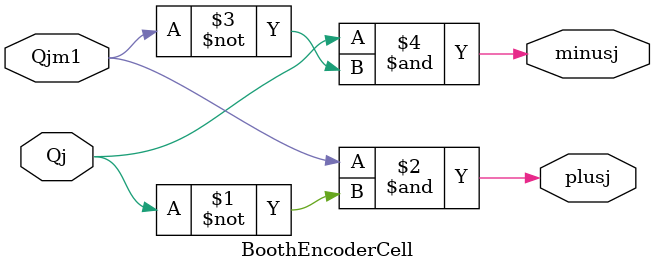
<source format=sv>

module BoothEncoderCell
(
	input Qj,
	input Qjm1,
	
	output plusj,
	output minusj
);

assign plusj = Qjm1 & (~Qj);
assign minusj = Qj & (~Qjm1);

endmodule



</source>
